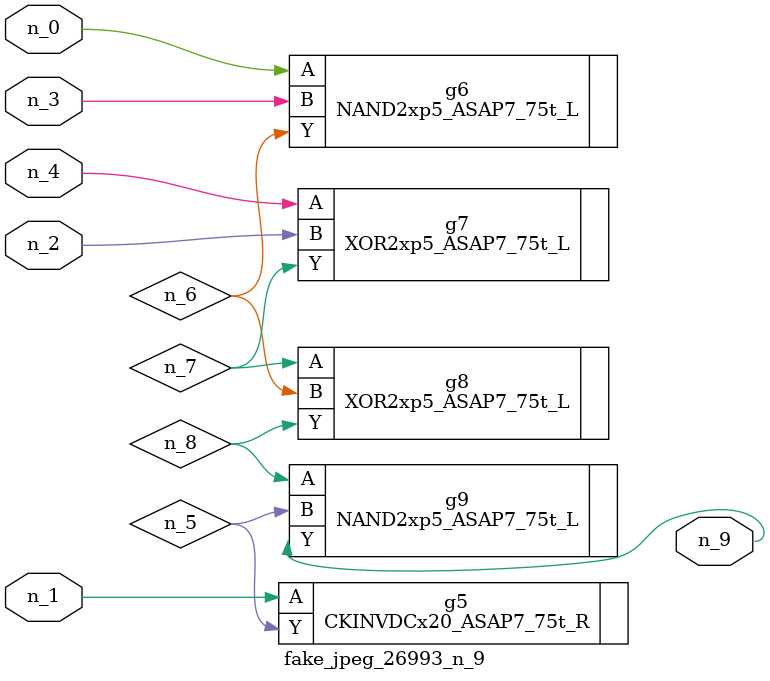
<source format=v>
module fake_jpeg_26993_n_9 (n_3, n_2, n_1, n_0, n_4, n_9);

input n_3;
input n_2;
input n_1;
input n_0;
input n_4;

output n_9;

wire n_8;
wire n_6;
wire n_5;
wire n_7;

CKINVDCx20_ASAP7_75t_R g5 ( 
.A(n_1),
.Y(n_5)
);

NAND2xp5_ASAP7_75t_L g6 ( 
.A(n_0),
.B(n_3),
.Y(n_6)
);

XOR2xp5_ASAP7_75t_L g7 ( 
.A(n_4),
.B(n_2),
.Y(n_7)
);

XOR2xp5_ASAP7_75t_L g8 ( 
.A(n_7),
.B(n_6),
.Y(n_8)
);

NAND2xp5_ASAP7_75t_L g9 ( 
.A(n_8),
.B(n_5),
.Y(n_9)
);


endmodule
</source>
